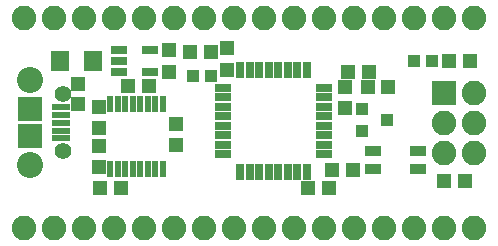
<source format=gts>
G75*
%MOIN*%
%OFA0B0*%
%FSLAX24Y24*%
%IPPOS*%
%LPD*%
%AMOC8*
5,1,8,0,0,1.08239X$1,22.5*
%
%ADD10R,0.0206X0.0576*%
%ADD11R,0.0580X0.0300*%
%ADD12R,0.0300X0.0580*%
%ADD13R,0.0474X0.0513*%
%ADD14R,0.0513X0.0474*%
%ADD15C,0.0820*%
%ADD16R,0.0820X0.0820*%
%ADD17R,0.0552X0.0297*%
%ADD18R,0.0395X0.0395*%
%ADD19R,0.0434X0.0395*%
%ADD20R,0.0631X0.0237*%
%ADD21R,0.0789X0.0789*%
%ADD22C,0.0556*%
%ADD23C,0.0867*%
%ADD24R,0.0572X0.0336*%
%ADD25R,0.0631X0.0710*%
D10*
X006135Y002636D03*
X006385Y002636D03*
X006635Y002636D03*
X006885Y002636D03*
X007135Y002636D03*
X007385Y002636D03*
X007635Y002636D03*
X007885Y002636D03*
X007885Y004824D03*
X007635Y004824D03*
X007385Y004824D03*
X007135Y004824D03*
X006885Y004824D03*
X006635Y004824D03*
X006385Y004824D03*
X006135Y004824D03*
D11*
X009882Y004715D03*
X009882Y005030D03*
X009882Y005345D03*
X009882Y004400D03*
X009882Y004085D03*
X009882Y003770D03*
X009882Y003455D03*
X009882Y003140D03*
X013262Y003140D03*
X013262Y003455D03*
X013262Y003770D03*
X013262Y004085D03*
X013262Y004400D03*
X013262Y004715D03*
X013262Y005030D03*
X013262Y005345D03*
D12*
X012674Y005933D03*
X012359Y005933D03*
X012044Y005933D03*
X011729Y005933D03*
X011415Y005933D03*
X011100Y005933D03*
X010785Y005933D03*
X010470Y005933D03*
X010470Y002553D03*
X010785Y002553D03*
X011100Y002553D03*
X011415Y002553D03*
X011729Y002553D03*
X012044Y002553D03*
X012359Y002553D03*
X012674Y002553D03*
D13*
X013960Y004676D03*
X013960Y005384D03*
X010010Y005951D03*
X010010Y006659D03*
X008072Y006597D03*
X008072Y005888D03*
X005760Y004704D03*
X005047Y004808D03*
X005047Y005477D03*
X005760Y003996D03*
X005760Y003404D03*
X005760Y002696D03*
X008310Y003426D03*
X008310Y004134D03*
D14*
X007426Y005393D03*
X006718Y005393D03*
X008780Y006555D03*
X009489Y006555D03*
X014055Y005880D03*
X014764Y005880D03*
X014725Y005380D03*
X015394Y005380D03*
X017405Y006230D03*
X018114Y006230D03*
X014207Y002618D03*
X013537Y002618D03*
X013426Y001993D03*
X012718Y001993D03*
X017255Y002230D03*
X017964Y002230D03*
X006489Y002008D03*
X005780Y002008D03*
D15*
X003260Y000680D03*
X004260Y000680D03*
X005260Y000680D03*
X006260Y000680D03*
X007260Y000680D03*
X008260Y000680D03*
X009260Y000680D03*
X010260Y000680D03*
X011260Y000680D03*
X012260Y000680D03*
X013260Y000680D03*
X014260Y000680D03*
X015260Y000680D03*
X016260Y000680D03*
X017260Y000680D03*
X018260Y000680D03*
X018260Y003180D03*
X017260Y003180D03*
X017260Y004180D03*
X018260Y004180D03*
X018260Y005180D03*
X018260Y007680D03*
X017260Y007680D03*
X016260Y007680D03*
X015260Y007680D03*
X014260Y007680D03*
X013260Y007680D03*
X012260Y007680D03*
X011260Y007680D03*
X010260Y007680D03*
X009260Y007680D03*
X008260Y007680D03*
X007260Y007680D03*
X006260Y007680D03*
X005260Y007680D03*
X004260Y007680D03*
X003260Y007680D03*
D16*
X017260Y005180D03*
D17*
X007456Y005868D03*
X006433Y005868D03*
X006433Y006243D03*
X006433Y006617D03*
X007456Y006617D03*
D18*
X008902Y005743D03*
X009492Y005743D03*
X016264Y006230D03*
X016855Y006230D03*
D19*
X014516Y004654D03*
X015343Y004280D03*
X014516Y003906D03*
D20*
X004490Y003924D03*
X004490Y003668D03*
X004490Y004180D03*
X004490Y004436D03*
X004490Y004692D03*
D21*
X003447Y004633D03*
X003447Y003727D03*
D22*
X004549Y003225D03*
X004549Y005135D03*
D23*
X003447Y005601D03*
X003447Y002759D03*
D24*
X014896Y002637D03*
X014896Y003248D03*
X016373Y003248D03*
X016373Y002637D03*
D25*
X005561Y006243D03*
X004458Y006243D03*
M02*

</source>
